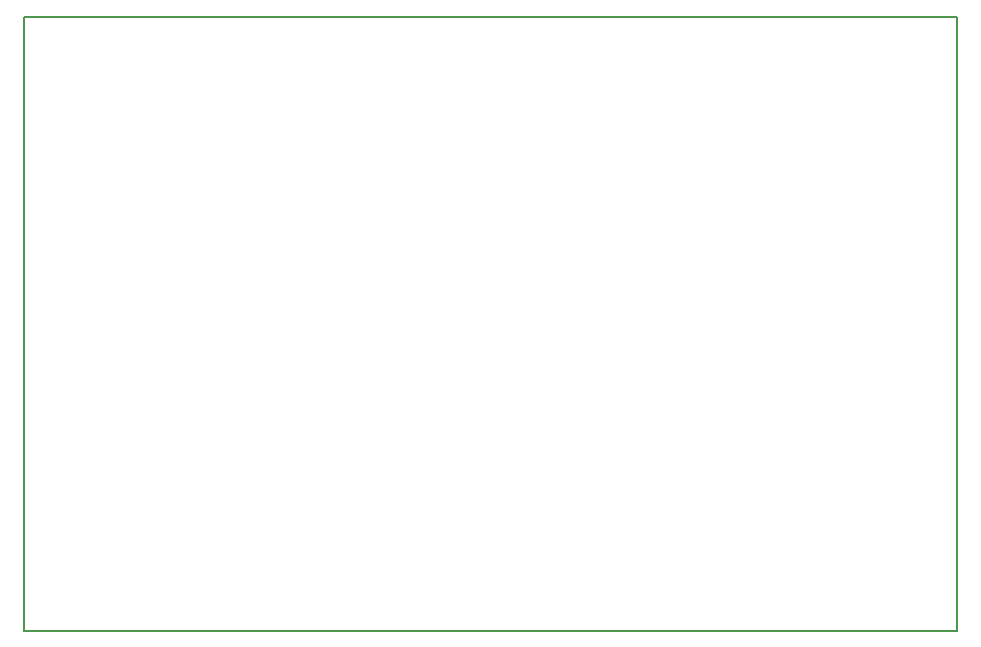
<source format=gbr>
G04 #@! TF.FileFunction,Profile,NP*
%FSLAX46Y46*%
G04 Gerber Fmt 4.6, Leading zero omitted, Abs format (unit mm)*
G04 Created by KiCad (PCBNEW 4.0.3+e1-6302~38~ubuntu15.10.1-stable) date Thu Nov 10 16:03:18 2016*
%MOMM*%
%LPD*%
G01*
G04 APERTURE LIST*
%ADD10C,0.100000*%
%ADD11C,0.150000*%
G04 APERTURE END LIST*
D10*
D11*
X132000000Y-115000000D02*
X132000000Y-63000000D01*
X211000000Y-115000000D02*
X132000000Y-115000000D01*
X211000000Y-63000000D02*
X211000000Y-115000000D01*
X132000000Y-63000000D02*
X211000000Y-63000000D01*
M02*

</source>
